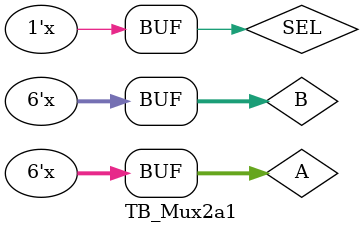
<source format=v>
`timescale 1ns / 1ps

module TB_Mux2a1(

    );
    
    // inputs
    reg SEL;
    reg [5:0] A, B;
    
    // outputs
    wire [5:0] out; 
    
    // instantiate
    Mux_2a1 UUT (SEL, A, B, out);
    
    // stimulus
    initial begin
        SEL = 0;
        A = 6'd0;
        B = 6'd0;
    end
    
    always #1 SEL = ~SEL;
    
    always #2 A[0] = ~A[0];
    always #4 A[1] = ~A[1];
    always #8 A[2] = ~A[2];
    always #16 A[3] = ~A[3];
    always #32 A[4] = ~A[4];
    always #64 A[5] = ~A[5];
    
    always #128 B[0] = ~B[0];
    always #256 B[1] = ~B[1];
    always #512 B[2] = ~B[2];
    always #1024 B[3] = ~B[3];
    always #2048 B[4] = ~B[4];
    always #4168 B[5] = ~B[5];
    
endmodule
</source>
